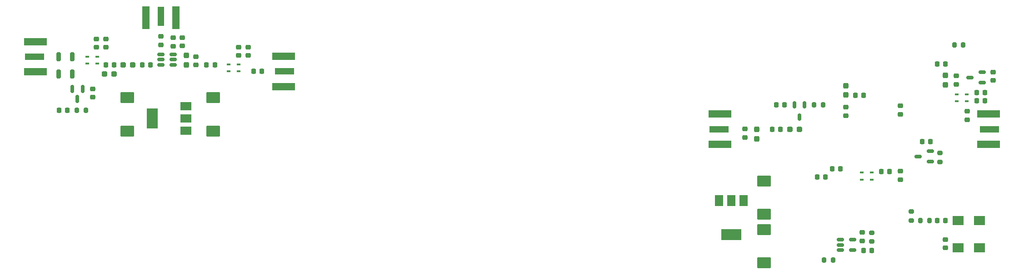
<source format=gbr>
%TF.GenerationSoftware,KiCad,Pcbnew,7.0.6-0*%
%TF.CreationDate,2023-12-30T17:19:21-06:00*%
%TF.ProjectId,MIXER_CORRELATOR,4d495845-525f-4434-9f52-52454c41544f,rev?*%
%TF.SameCoordinates,Original*%
%TF.FileFunction,Paste,Top*%
%TF.FilePolarity,Positive*%
%FSLAX46Y46*%
G04 Gerber Fmt 4.6, Leading zero omitted, Abs format (unit mm)*
G04 Created by KiCad (PCBNEW 7.0.6-0) date 2023-12-30 17:19:21*
%MOMM*%
%LPD*%
G01*
G04 APERTURE LIST*
G04 Aperture macros list*
%AMRoundRect*
0 Rectangle with rounded corners*
0 $1 Rounding radius*
0 $2 $3 $4 $5 $6 $7 $8 $9 X,Y pos of 4 corners*
0 Add a 4 corners polygon primitive as box body*
4,1,4,$2,$3,$4,$5,$6,$7,$8,$9,$2,$3,0*
0 Add four circle primitives for the rounded corners*
1,1,$1+$1,$2,$3*
1,1,$1+$1,$4,$5*
1,1,$1+$1,$6,$7*
1,1,$1+$1,$8,$9*
0 Add four rect primitives between the rounded corners*
20,1,$1+$1,$2,$3,$4,$5,0*
20,1,$1+$1,$4,$5,$6,$7,0*
20,1,$1+$1,$6,$7,$8,$9,0*
20,1,$1+$1,$8,$9,$2,$3,0*%
G04 Aperture macros list end*
%ADD10RoundRect,0.150000X0.512500X0.150000X-0.512500X0.150000X-0.512500X-0.150000X0.512500X-0.150000X0*%
%ADD11RoundRect,0.225000X-0.225000X-0.250000X0.225000X-0.250000X0.225000X0.250000X-0.225000X0.250000X0*%
%ADD12RoundRect,0.225000X-0.250000X0.225000X-0.250000X-0.225000X0.250000X-0.225000X0.250000X0.225000X0*%
%ADD13RoundRect,0.225000X0.250000X-0.225000X0.250000X0.225000X-0.250000X0.225000X-0.250000X-0.225000X0*%
%ADD14R,3.600000X1.270000*%
%ADD15R,4.200000X1.350000*%
%ADD16RoundRect,0.237500X-0.237500X0.287500X-0.237500X-0.287500X0.237500X-0.287500X0.237500X0.287500X0*%
%ADD17R,1.270000X3.600000*%
%ADD18R,1.350000X4.200000*%
%ADD19RoundRect,0.225000X0.225000X0.250000X-0.225000X0.250000X-0.225000X-0.250000X0.225000X-0.250000X0*%
%ADD20RoundRect,0.200000X0.200000X0.275000X-0.200000X0.275000X-0.200000X-0.275000X0.200000X-0.275000X0*%
%ADD21RoundRect,0.200000X-0.275000X0.200000X-0.275000X-0.200000X0.275000X-0.200000X0.275000X0.200000X0*%
%ADD22RoundRect,0.200000X0.275000X-0.200000X0.275000X0.200000X-0.275000X0.200000X-0.275000X-0.200000X0*%
%ADD23RoundRect,0.237500X-0.287500X-0.237500X0.287500X-0.237500X0.287500X0.237500X-0.287500X0.237500X0*%
%ADD24RoundRect,0.250000X1.025000X-0.787500X1.025000X0.787500X-1.025000X0.787500X-1.025000X-0.787500X0*%
%ADD25RoundRect,0.237500X0.237500X-0.287500X0.237500X0.287500X-0.237500X0.287500X-0.237500X-0.287500X0*%
%ADD26R,0.650000X0.400000*%
%ADD27RoundRect,0.200000X-0.200000X-0.275000X0.200000X-0.275000X0.200000X0.275000X-0.200000X0.275000X0*%
%ADD28RoundRect,0.237500X0.287500X0.237500X-0.287500X0.237500X-0.287500X-0.237500X0.287500X-0.237500X0*%
%ADD29RoundRect,0.197500X-0.197500X0.642500X-0.197500X-0.642500X0.197500X-0.642500X0.197500X0.642500X0*%
%ADD30R,2.000000X1.800000*%
%ADD31RoundRect,0.150000X-0.150000X0.587500X-0.150000X-0.587500X0.150000X-0.587500X0.150000X0.587500X0*%
%ADD32RoundRect,0.150000X-0.512500X-0.150000X0.512500X-0.150000X0.512500X0.150000X-0.512500X0.150000X0*%
%ADD33RoundRect,0.150000X-0.150000X0.512500X-0.150000X-0.512500X0.150000X-0.512500X0.150000X0.512500X0*%
%ADD34R,1.500000X2.000000*%
%ADD35R,3.800000X2.000000*%
%ADD36R,2.000000X1.500000*%
%ADD37R,2.000000X3.800000*%
G04 APERTURE END LIST*
D10*
%TO.C,Q2*%
X206329000Y-79545000D03*
X206329000Y-77645000D03*
X204054000Y-78595000D03*
%TD*%
D11*
%TO.C,C34*%
X204803000Y-75801000D03*
X206353000Y-75801000D03*
%TD*%
D12*
%TO.C,C11*%
X77500000Y-58200000D03*
X77500000Y-59750000D03*
%TD*%
D13*
%TO.C,C36*%
X190592000Y-70975000D03*
X190592000Y-69425000D03*
%TD*%
D14*
%TO.C,J14*%
X217371500Y-73515000D03*
D15*
X217171500Y-76340000D03*
X217171500Y-70690000D03*
%TD*%
D12*
%TO.C,C3*%
X51000000Y-56700000D03*
X51000000Y-58250000D03*
%TD*%
D13*
%TO.C,C38*%
X211166000Y-65146000D03*
X211166000Y-63596000D03*
%TD*%
D16*
%TO.C,L7*%
X209134000Y-63496000D03*
X209134000Y-65246000D03*
%TD*%
D11*
%TO.C,C49*%
X185232000Y-82405000D03*
X186782000Y-82405000D03*
%TD*%
D17*
%TO.C,J2*%
X63000000Y-52500000D03*
D18*
X65825000Y-52700000D03*
X60175000Y-52700000D03*
%TD*%
D19*
%TO.C,C42*%
X216500000Y-66657000D03*
X214950000Y-66657000D03*
%TD*%
D20*
%TO.C,R4*%
X188178000Y-97899000D03*
X186528000Y-97899000D03*
%TD*%
D21*
%TO.C,R5*%
X208118000Y-77961000D03*
X208118000Y-79611000D03*
%TD*%
D13*
%TO.C,C46*%
X209134000Y-95639000D03*
X209134000Y-94089000D03*
%TD*%
%TO.C,C43*%
X218024000Y-64397000D03*
X218024000Y-62847000D03*
%TD*%
D22*
%TO.C,R3*%
X195418000Y-94469000D03*
X195418000Y-92819000D03*
%TD*%
D23*
%TO.C,L5*%
X180206000Y-73515000D03*
X181956000Y-73515000D03*
%TD*%
D19*
%TO.C,C2*%
X45550000Y-70000000D03*
X44000000Y-70000000D03*
%TD*%
D24*
%TO.C,C15*%
X72750000Y-73862500D03*
X72750000Y-67637500D03*
%TD*%
%TO.C,C48*%
X175352000Y-89392000D03*
X175352000Y-83167000D03*
%TD*%
D14*
%TO.C,J1*%
X39462500Y-60000000D03*
D15*
X39662500Y-57175000D03*
X39662500Y-62825000D03*
%TD*%
D25*
%TO.C,L6*%
X190592000Y-67137000D03*
X190592000Y-65387000D03*
%TD*%
D12*
%TO.C,C8*%
X69500000Y-59975000D03*
X69500000Y-61525000D03*
%TD*%
D23*
%TO.C,L2*%
X56000000Y-61500000D03*
X57750000Y-61500000D03*
%TD*%
D26*
%TO.C,U4*%
X75600000Y-61450000D03*
X75600000Y-62750000D03*
X77500000Y-62750000D03*
X77500000Y-61450000D03*
%TD*%
D12*
%TO.C,C10*%
X79250000Y-58200000D03*
X79250000Y-59750000D03*
%TD*%
D16*
%TO.C,L4*%
X173955000Y-73543000D03*
X173955000Y-75293000D03*
%TD*%
D12*
%TO.C,C14*%
X67000000Y-56450000D03*
X67000000Y-58000000D03*
%TD*%
D19*
%TO.C,C41*%
X216526000Y-68181000D03*
X214976000Y-68181000D03*
%TD*%
D21*
%TO.C,R8*%
X202784000Y-88883000D03*
X202784000Y-90533000D03*
%TD*%
D20*
%TO.C,R9*%
X206149000Y-90533000D03*
X204499000Y-90533000D03*
%TD*%
D27*
%TO.C,R7*%
X210786000Y-57767000D03*
X212436000Y-57767000D03*
%TD*%
D24*
%TO.C,C47*%
X175352000Y-98471500D03*
X175352000Y-92246500D03*
%TD*%
D14*
%TO.C,J3*%
X86037500Y-62750000D03*
D15*
X85837500Y-65575000D03*
X85837500Y-59925000D03*
%TD*%
D28*
%TO.C,L1*%
X54250000Y-63250000D03*
X52500000Y-63250000D03*
%TD*%
D26*
%TO.C,U11*%
X193518000Y-81613000D03*
X193518000Y-82913000D03*
X195418000Y-82913000D03*
X195418000Y-81613000D03*
%TD*%
D13*
%TO.C,C44*%
X213198000Y-71750000D03*
X213198000Y-70200000D03*
%TD*%
D29*
%TO.C,U1*%
X46500000Y-60030000D03*
X43960000Y-60030000D03*
X43960000Y-63250000D03*
X46500000Y-63250000D03*
%TD*%
D12*
%TO.C,C40*%
X200752000Y-69171000D03*
X200752000Y-70721000D03*
%TD*%
D30*
%TO.C,X1*%
X215484000Y-95613000D03*
X215484000Y-90533000D03*
X211484000Y-90533000D03*
X211484000Y-95613000D03*
%TD*%
D20*
%TO.C,R6*%
X186337000Y-68943000D03*
X184687000Y-68943000D03*
%TD*%
D11*
%TO.C,C32*%
X193868000Y-96121000D03*
X195418000Y-96121000D03*
%TD*%
D31*
%TO.C,Q1*%
X48400000Y-66000000D03*
X46500000Y-66000000D03*
X47450000Y-67875000D03*
%TD*%
D19*
%TO.C,C12*%
X81775000Y-62750000D03*
X80225000Y-62750000D03*
%TD*%
D11*
%TO.C,C28*%
X176863000Y-73515000D03*
X178413000Y-73515000D03*
%TD*%
D19*
%TO.C,C31*%
X198720000Y-81389000D03*
X197170000Y-81389000D03*
%TD*%
%TO.C,C39*%
X209147000Y-61323000D03*
X207597000Y-61323000D03*
%TD*%
D25*
%TO.C,L3*%
X67750000Y-61500000D03*
X67750000Y-59750000D03*
%TD*%
D11*
%TO.C,C45*%
X207584000Y-90533000D03*
X209134000Y-90533000D03*
%TD*%
D13*
%TO.C,C7*%
X63000000Y-57775000D03*
X63000000Y-56225000D03*
%TD*%
D10*
%TO.C,Q4*%
X215992000Y-64813000D03*
X215992000Y-62913000D03*
X213717000Y-63863000D03*
%TD*%
D32*
%TO.C,U13*%
X189576000Y-94155000D03*
X189576000Y-95105000D03*
X189576000Y-96055000D03*
X191851000Y-96055000D03*
X191851000Y-94155000D03*
%TD*%
D12*
%TO.C,C27*%
X171796000Y-73489000D03*
X171796000Y-75039000D03*
%TD*%
D26*
%TO.C,U2*%
X49250000Y-60000000D03*
X49250000Y-61300000D03*
X51150000Y-61300000D03*
X51150000Y-60000000D03*
%TD*%
D27*
%TO.C,R1*%
X47350000Y-70000000D03*
X49000000Y-70000000D03*
%TD*%
D33*
%TO.C,Q3*%
X182906000Y-68954000D03*
X181006000Y-68954000D03*
X181956000Y-71229000D03*
%TD*%
D19*
%TO.C,C5*%
X54275000Y-61500000D03*
X52725000Y-61500000D03*
%TD*%
%TO.C,C6*%
X61050000Y-61500000D03*
X59500000Y-61500000D03*
%TD*%
D14*
%TO.C,J9*%
X166970000Y-73515000D03*
D15*
X167170000Y-70690000D03*
X167170000Y-76340000D03*
%TD*%
D11*
%TO.C,C37*%
X192344000Y-67165000D03*
X193894000Y-67165000D03*
%TD*%
D12*
%TO.C,C33*%
X193640000Y-92806000D03*
X193640000Y-94356000D03*
%TD*%
D19*
%TO.C,C9*%
X73050000Y-61500000D03*
X71500000Y-61500000D03*
%TD*%
D11*
%TO.C,C30*%
X188039000Y-80881000D03*
X189589000Y-80881000D03*
%TD*%
D24*
%TO.C,C16*%
X56750000Y-73862500D03*
X56750000Y-67637500D03*
%TD*%
D13*
%TO.C,C1*%
X50250000Y-67550000D03*
X50250000Y-66000000D03*
%TD*%
D34*
%TO.C,U15*%
X171556000Y-86875000D03*
X169256000Y-86875000D03*
D35*
X169256000Y-93175000D03*
D34*
X166956000Y-86875000D03*
%TD*%
D13*
%TO.C,C29*%
X200752000Y-82913000D03*
X200752000Y-81363000D03*
%TD*%
D12*
%TO.C,C13*%
X65250000Y-56475000D03*
X65250000Y-58025000D03*
%TD*%
D11*
%TO.C,C35*%
X177612000Y-68943000D03*
X179162000Y-68943000D03*
%TD*%
D26*
%TO.C,U14*%
X211232000Y-67023000D03*
X211232000Y-68323000D03*
X213132000Y-68323000D03*
X213132000Y-67023000D03*
%TD*%
D36*
%TO.C,U5*%
X67650000Y-73800000D03*
X67650000Y-71500000D03*
D37*
X61350000Y-71500000D03*
D36*
X67650000Y-69200000D03*
%TD*%
D32*
%TO.C,U3*%
X63000000Y-59600000D03*
X63000000Y-60550000D03*
X63000000Y-61500000D03*
X65275000Y-61500000D03*
X65275000Y-60550000D03*
X65275000Y-59600000D03*
%TD*%
D12*
%TO.C,C4*%
X52750000Y-56700000D03*
X52750000Y-58250000D03*
%TD*%
M02*

</source>
